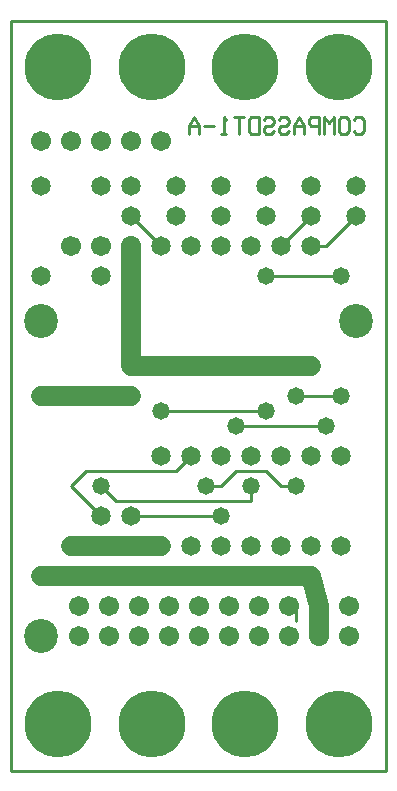
<source format=gbl>
%MOIN*%
%FSLAX25Y25*%
G04 D10 used for Character Trace; *
G04     Circle (OD=.01000) (No hole)*
G04 D11 used for Power Trace; *
G04     Circle (OD=.06700) (No hole)*
G04 D12 used for Signal Trace; *
G04     Circle (OD=.01100) (No hole)*
G04 D13 used for Via; *
G04     Circle (OD=.05800) (Round. Hole ID=.02800)*
G04 D14 used for Component hole; *
G04     Circle (OD=.06500) (Round. Hole ID=.03500)*
G04 D15 used for Component hole; *
G04     Circle (OD=.06700) (Round. Hole ID=.04300)*
G04 D16 used for Component hole; *
G04     Circle (OD=.08100) (Round. Hole ID=.05100)*
G04 D17 used for Component hole; *
G04     Circle (OD=.08900) (Round. Hole ID=.05900)*
G04 D18 used for Component hole; *
G04     Circle (OD=.11300) (Round. Hole ID=.08300)*
G04 D19 used for Component hole; *
G04     Circle (OD=.16000) (Round. Hole ID=.13000)*
G04 D20 used for Component hole; *
G04     Circle (OD=.18300) (Round. Hole ID=.15300)*
G04 D21 used for Component hole; *
G04     Circle (OD=.22291) (Round. Hole ID=.19291)*
%ADD10C,.01000*%
%ADD11C,.06700*%
%ADD12C,.01100*%
%ADD13C,.05800*%
%ADD14C,.06500*%
%ADD15C,.06700*%
%ADD16C,.08100*%
%ADD17C,.08900*%
%ADD18C,.11300*%
%ADD19C,.16000*%
%ADD20C,.18300*%
%ADD21C,.22291*%
%IPPOS*%
%LPD*%
G90*X0Y0D02*D21*X15625Y15625D03*D15*              
X42500Y45000D03*X32500D03*X22500D03*D18*X10000D03*
D21*X46875Y15625D03*D15*X52500Y45000D03*Y55000D03*
X42500D03*X32500D03*X22500D03*X62500Y45000D03*    
Y55000D03*D13*X10000Y65000D03*D11*X100000D01*     
X102500Y55000D01*D15*D03*D11*Y45000D01*D15*D03*   
D12*X95000Y50000D02*Y55000D01*D15*X92500D03*      
Y45000D03*X112500D03*Y55000D03*X82500D03*         
Y45000D03*D14*X110000Y75000D03*X100000D03*        
X90000D03*X80000D03*X70000D03*D15*X72500Y55000D03*
Y45000D03*D13*X70000Y85000D03*D12*X40000D01*D14*  
D03*D12*X35000Y90000D02*X80000D01*Y95000D01*D13*  
D03*D12*X90000D02*X85000Y100000D01*               
X90000Y95000D02*X95000D01*D13*D03*D14*            
X100000Y105000D03*D12*X75000Y100000D02*X85000D01* 
X70000Y95000D02*X75000Y100000D01*X65000Y95000D02* 
X70000D01*D13*X65000D03*D14*X70000Y105000D03*D12* 
X25000Y100000D02*X55000D01*X20000Y95000D02*       
X25000Y100000D01*X30000Y85000D02*X20000Y95000D01* 
D14*X30000Y85000D03*D12*X35000Y90000D02*          
X30000Y95000D01*D13*D03*D14*X50000Y75000D03*D11*  
X20000D01*D13*D03*D14*X50000Y105000D03*D12*       
X55000Y100000D02*X60000Y105000D01*D14*D03*D13*    
X75000Y115000D03*D12*X105000D01*D13*D03*          
X95000Y125000D03*D12*X110000D01*D13*D03*D14*      
X100000Y135000D03*D11*X90000D01*D14*D03*D11*      
X80000D01*D14*D03*D11*X70000D01*D14*D03*D11*      
X60000D01*D14*D03*D11*X50000D01*D14*D03*D11*      
X40000D01*D13*D03*D11*Y175000D01*D15*D03*D14*     
X30000Y165000D03*X50000Y175000D03*D12*            
X40000Y185000D01*D14*D03*X30000Y195000D03*D15*    
Y175000D03*D14*X40000Y195000D03*X55000Y185000D03* 
Y195000D03*X60000Y175000D03*D15*X20000D03*        
X50000Y210000D03*X40000D03*X30000D03*X20000D03*   
X10000D03*D10*X114163Y213086D02*X115000Y212129D01*
X116674D01*X117511Y213086D01*Y216914D01*          
X116674Y217871D01*X115000D01*X114163Y216914D01*   
X109163Y213086D02*X110000Y212129D01*X111674D01*   
X112511Y213086D01*Y216914D01*X111674Y217871D01*   
X110000D01*X109163Y216914D01*Y213086D01*          
X107511Y212129D02*Y217871D01*X105837Y215957D01*   
X104163Y217871D01*Y212129D01*X102511D02*          
Y217871D01*X100000D01*X99163Y216914D01*Y215957D01*
X100000Y215000D01*X102511D01*X97511Y212129D02*    
Y215000D01*X95837Y217871D01*X94163Y215000D01*     
Y212129D01*X97511Y215000D02*X94163D01*            
X89163Y216914D02*X90000Y217871D01*X91674D01*      
X92511Y216914D01*Y215957D01*X91674Y215000D01*     
X90000D01*X89163Y214043D01*Y213086D01*            
X90000Y212129D01*X91674D01*X92511Y213086D01*      
X84163Y216914D02*X85000Y217871D01*X86674D01*      
X87511Y216914D01*Y215957D01*X86674Y215000D01*     
X85000D01*X84163Y214043D01*Y213086D01*            
X85000Y212129D01*X86674D01*X87511Y213086D01*      
X82511Y212129D02*Y217871D01*X80000D01*            
X79163Y216914D01*Y213086D01*X80000Y212129D01*     
X82511D01*X75837D02*Y217871D01*X77511D02*         
X74163D01*X71674Y216914D02*X70837Y217871D01*      
Y212129D01*X71674D02*X70000D01*X67511Y215000D02*  
X64163D01*X62511Y212129D02*Y215000D01*            
X60837Y217871D01*X59163Y215000D01*Y212129D01*     
X62511Y215000D02*X59163D01*D14*X70000Y175000D03*  
X10000Y195000D03*X70000Y185000D03*Y195000D03*     
X10000Y165000D03*D18*Y150000D03*D14*              
X80000Y175000D03*D13*X85000Y165000D03*D12*        
X110000D01*D13*D03*D14*X100000Y175000D03*D12*     
X105000D01*X115000Y185000D01*D14*D03*Y195000D03*  
X100000D03*Y185000D03*D12*X90000Y175000D01*D14*   
D03*X85000Y185000D03*Y195000D03*D18*              
X115000Y150000D03*D14*X40000Y125000D03*D11*       
X30000D01*D14*D03*D11*X10000D01*D13*D03*          
X50000Y120000D03*D12*X85000D01*D13*D03*D14*       
X80000Y105000D03*X90000D03*X110000D03*            
X60000Y75000D03*D21*X78125Y15625D03*X109375D03*   
Y234375D03*X78125D03*X46875D03*X15625D03*D12*     
X0Y0D02*X125000D01*Y250000D01*X0D01*Y0D01*M02*    

</source>
